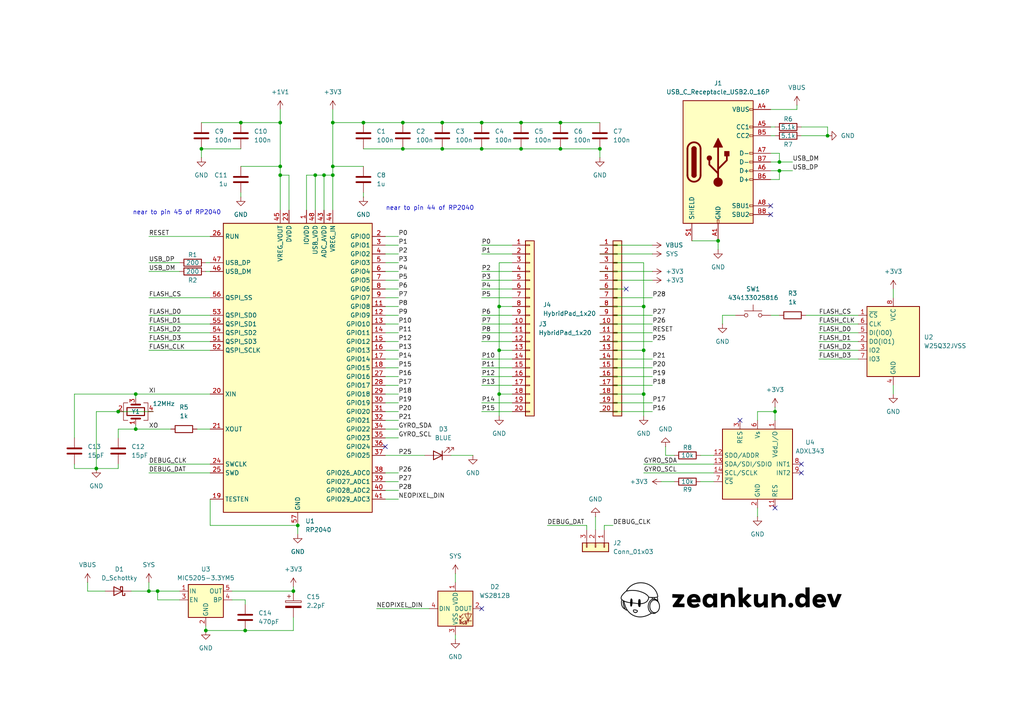
<source format=kicad_sch>
(kicad_sch (version 20231120) (generator "eeschema") (generator_version "8.0")
  (paper "A4")
  (title_block (title "Pico2040 R4") (date "2024-05-09") (rev "4.0"))
  (lib_symbols
    (symbol "Connector:USB_C_Receptacle_USB2.0_16P" (pin_names (offset 1.016))
      (property "Reference" "J" (at 0 22.225 0))
      (property "Value" "USB_C_Receptacle_USB2.0_16P" (at 0 19.685 0))
      (symbol "USB_C_Receptacle_USB2.0_16P_1_1"
        (pin passive line (at 0 -22.86 90) (length 5.08) (name "GND") (number "A1"))
        (pin passive line (at 0 -22.86 90) (length 5.08) hide (name "GND") (number "A12"))
        (pin passive line (at 15.24 15.24 180) (length 5.08) (name "VBUS") (number "A4"))
        (pin bidirectional line (at 15.24 10.16 180) (length 5.08) (name "CC1") (number "A5"))
        (pin bidirectional line (at 15.24 -2.54 180) (length 5.08) (name "D+") (number "A6"))
        (pin bidirectional line (at 15.24 2.54 180) (length 5.08) (name "D-") (number "A7"))
        (pin bidirectional line (at 15.24 -12.7 180) (length 5.08) (name "SBU1") (number "A8"))
        (pin passive line (at 15.24 15.24 180) (length 5.08) hide (name "VBUS") (number "A9"))
        (pin passive line (at 0 -22.86 90) (length 5.08) hide (name "GND") (number "B1"))
        (pin passive line (at 0 -22.86 90) (length 5.08) hide (name "GND") (number "B12"))
        (pin passive line (at 15.24 15.24 180) (length 5.08) hide (name "VBUS") (number "B4"))
        (pin bidirectional line (at 15.24 7.62 180) (length 5.08) (name "CC2") (number "B5"))
        (pin bidirectional line (at 15.24 -5.08 180) (length 5.08) (name "D+") (number "B6"))
        (pin bidirectional line (at 15.24 0 180) (length 5.08) (name "D-") (number "B7"))
        (pin bidirectional line (at 15.24 -15.24 180) (length 5.08) (name "SBU2") (number "B8"))
        (pin passive line (at 15.24 15.24 180) (length 5.08) hide (name "VBUS") (number "B9"))
        (pin passive line (at -7.62 -22.86 90) (length 5.08) (name "SHIELD") (number "S1"))
      )
    )
    (symbol "Connector_Generic:Conn_01x03" (pin_names (offset 1.016) hide)
      (property "Reference" "J" (at 0 5.08 0))
      (property "Value" "Conn_01x03" (at 0 -5.08 0))
      (symbol "Conn_01x03_1_1"
        (pin passive line (at -5.08 2.54 0) (length 3.81) (name "Pin_1") (number "1"))
        (pin passive line (at -5.08 0 0) (length 3.81) (name "Pin_2") (number "2"))
        (pin passive line (at -5.08 -2.54 0) (length 3.81) (name "Pin_3") (number "3"))
      )
    )
    (symbol "Connector_Generic:Conn_01x20" (pin_names (offset 1.016) hide)
      (property "Reference" "J" (at 0 25.4 0))
      (property "Value" "Conn_01x20" (at 0 -27.94 0))
      (symbol "Conn_01x20_1_1"
        (pin passive line (at -5.08 22.86 0) (length 3.81) (name "Pin_1") (number "1"))
        (pin passive line (at -5.08 0 0) (length 3.81) (name "Pin_10") (number "10"))
        (pin passive line (at -5.08 -2.54 0) (length 3.81) (name "Pin_11") (number "11"))
        (pin passive line (at -5.08 -5.08 0) (length 3.81) (name "Pin_12") (number "12"))
        (pin passive line (at -5.08 -7.62 0) (length 3.81) (name "Pin_13") (number "13"))
        (pin passive line (at -5.08 -10.16 0) (length 3.81) (name "Pin_14") (number "14"))
        (pin passive line (at -5.08 -12.7 0) (length 3.81) (name "Pin_15") (number "15"))
        (pin passive line (at -5.08 -15.24 0) (length 3.81) (name "Pin_16") (number "16"))
        (pin passive line (at -5.08 -17.78 0) (length 3.81) (name "Pin_17") (number "17"))
        (pin passive line (at -5.08 -20.32 0) (length 3.81) (name "Pin_18") (number "18"))
        (pin passive line (at -5.08 -22.86 0) (length 3.81) (name "Pin_19") (number "19"))
        (pin passive line (at -5.08 20.32 0) (length 3.81) (name "Pin_2") (number "2"))
        (pin passive line (at -5.08 -25.4 0) (length 3.81) (name "Pin_20") (number "20"))
        (pin passive line (at -5.08 17.78 0) (length 3.81) (name "Pin_3") (number "3"))
        (pin passive line (at -5.08 15.24 0) (length 3.81) (name "Pin_4") (number "4"))
        (pin passive line (at -5.08 12.7 0) (length 3.81) (name "Pin_5") (number "5"))
        (pin passive line (at -5.08 10.16 0) (length 3.81) (name "Pin_6") (number "6"))
        (pin passive line (at -5.08 7.62 0) (length 3.81) (name "Pin_7") (number "7"))
        (pin passive line (at -5.08 5.08 0) (length 3.81) (name "Pin_8") (number "8"))
        (pin passive line (at -5.08 2.54 0) (length 3.81) (name "Pin_9") (number "9"))
      )
    )
    (symbol "Device:C" (pin_numbers hide) (pin_names (offset 0.254))
      (property "Reference" "C" (at 0.635 2.54 0))
      (property "Value" "C" (at 0.635 -2.54 0))
      (symbol "C_1_1"
        (pin passive line (at 0 3.81 270) (length 2.794) (name "~") (number "1"))
        (pin passive line (at 0 -3.81 90) (length 2.794) (name "~") (number "2"))
      )
    )
    (symbol "Device:C_Polarized" (pin_numbers hide) (pin_names (offset 0.254))
      (property "Reference" "C" (at 0.635 2.54 0))
      (property "Value" "C_Polarized" (at 0.635 -2.54 0))
      (symbol "C_Polarized_1_1"
        (pin passive line (at 0 3.81 270) (length 2.794) (name "~") (number "1"))
        (pin passive line (at 0 -3.81 90) (length 2.794) (name "~") (number "2"))
      )
    )
    (symbol "Device:Crystal_GND24" (pin_names (offset 1.016) hide)
      (property "Reference" "Y" (at 3.175 5.08 0))
      (property "Value" "Crystal_GND24" (at 3.175 3.175 0))
      (symbol "Crystal_GND24_1_1"
        (pin passive line (at -3.81 0 0) (length 1.27) (name "1") (number "1"))
        (pin passive line (at 0 5.08 270) (length 1.27) (name "2") (number "2"))
        (pin passive line (at 3.81 0 180) (length 1.27) (name "3") (number "3"))
        (pin passive line (at 0 -5.08 90) (length 1.27) (name "4") (number "4"))
      )
    )
    (symbol "Device:D_Schottky" (pin_numbers hide) (pin_names (offset 1.016) hide)
      (property "Reference" "D" (at 0 2.54 0))
      (property "Value" "D_Schottky" (at 0 -2.54 0))
      (symbol "D_Schottky_1_1"
        (pin passive line (at -3.81 0 0) (length 2.54) (name "K") (number "1"))
        (pin passive line (at 3.81 0 180) (length 2.54) (name "A") (number "2"))
      )
    )
    (symbol "Device:LED" (pin_numbers hide) (pin_names (offset 1.016) hide)
      (property "Reference" "D" (at 0 2.54 0))
      (property "Value" "LED" (at 0 -2.54 0))
      (symbol "LED_1_1"
        (pin passive line (at -3.81 0 0) (length 2.54) (name "K") (number "1"))
        (pin passive line (at 3.81 0 180) (length 2.54) (name "A") (number "2"))
      )
    )
    (symbol "Device:R" (pin_numbers hide) (pin_names (offset 0))
      (property "Reference" "R" (at 2.032 0 90))
      (property "Value" "R" (at 0 0 90))
      (symbol "R_1_1"
        (pin passive line (at 0 3.81 270) (length 1.27) (name "~") (number "1"))
        (pin passive line (at 0 -3.81 90) (length 1.27) (name "~") (number "2"))
      )
    )
    (symbol "LED:WS2812B" (pin_names (offset 0.254))
      (property "Reference" "D" (at 5.08 5.715 0))
      (property "Value" "WS2812B" (at 1.27 -5.715 0))
      (symbol "WS2812B_0_0"
        (text "RGB" (at 2.286 -4.191 0) (effects (font (size 0.762 0.762))))
      )
      (symbol "WS2812B_1_1"
        (pin power_in line (at 0 7.62 270) (length 2.54) (name "VDD") (number "1"))
        (pin output line (at 7.62 0 180) (length 2.54) (name "DOUT") (number "2"))
        (pin power_in line (at 0 -7.62 90) (length 2.54) (name "VSS") (number "3"))
        (pin input line (at -7.62 0 0) (length 2.54) (name "DIN") (number "4"))
      )
    )
    (symbol "MCU_RaspberryPi:RP2040"
      (property "Reference" "U" (at 17.78 45.72 0))
      (property "Value" "RP2040" (at 17.78 43.18 0))
      (symbol "RP2040_1_1"
        (pin power_in line (at 2.54 45.72 270) (length 3.81) (name "IOVDD") (number "1"))
        (pin passive line (at 2.54 45.72 270) (length 3.81) hide (name "IOVDD") (number "10"))
        (pin bidirectional line (at 25.4 17.78 180) (length 3.81) (name "GPIO8") (number "11"))
        (pin bidirectional line (at 25.4 15.24 180) (length 3.81) (name "GPIO9") (number "12"))
        (pin bidirectional line (at 25.4 12.7 180) (length 3.81) (name "GPIO10") (number "13"))
        (pin bidirectional line (at 25.4 10.16 180) (length 3.81) (name "GPIO11") (number "14"))
        (pin bidirectional line (at 25.4 7.62 180) (length 3.81) (name "GPIO12") (number "15"))
        (pin bidirectional line (at 25.4 5.08 180) (length 3.81) (name "GPIO13") (number "16"))
        (pin bidirectional line (at 25.4 2.54 180) (length 3.81) (name "GPIO14") (number "17"))
        (pin bidirectional line (at 25.4 0 180) (length 3.81) (name "GPIO15") (number "18"))
        (pin input line (at -25.4 -38.1 0) (length 3.81) (name "TESTEN") (number "19"))
        (pin bidirectional line (at 25.4 38.1 180) (length 3.81) (name "GPIO0") (number "2"))
        (pin input line (at -25.4 -7.62 0) (length 3.81) (name "XIN") (number "20"))
        (pin passive line (at -25.4 -17.78 0) (length 3.81) (name "XOUT") (number "21"))
        (pin passive line (at 2.54 45.72 270) (length 3.81) hide (name "IOVDD") (number "22"))
        (pin power_in line (at -2.54 45.72 270) (length 3.81) (name "DVDD") (number "23"))
        (pin input line (at -25.4 -27.94 0) (length 3.81) (name "SWCLK") (number "24"))
        (pin bidirectional line (at -25.4 -30.48 0) (length 3.81) (name "SWD") (number "25"))
        (pin input line (at -25.4 38.1 0) (length 3.81) (name "RUN") (number "26"))
        (pin bidirectional line (at 25.4 -2.54 180) (length 3.81) (name "GPIO16") (number "27"))
        (pin bidirectional line (at 25.4 -5.08 180) (length 3.81) (name "GPIO17") (number "28"))
        (pin bidirectional line (at 25.4 -7.62 180) (length 3.81) (name "GPIO18") (number "29"))
        (pin bidirectional line (at 25.4 35.56 180) (length 3.81) (name "GPIO1") (number "3"))
        (pin bidirectional line (at 25.4 -10.16 180) (length 3.81) (name "GPIO19") (number "30"))
        (pin bidirectional line (at 25.4 -12.7 180) (length 3.81) (name "GPIO20") (number "31"))
        (pin bidirectional line (at 25.4 -15.24 180) (length 3.81) (name "GPIO21") (number "32"))
        (pin passive line (at 2.54 45.72 270) (length 3.81) hide (name "IOVDD") (number "33"))
        (pin bidirectional line (at 25.4 -17.78 180) (length 3.81) (name "GPIO22") (number "34"))
        (pin bidirectional line (at 25.4 -20.32 180) (length 3.81) (name "GPIO23") (number "35"))
        (pin bidirectional line (at 25.4 -22.86 180) (length 3.81) (name "GPIO24") (number "36"))
        (pin bidirectional line (at 25.4 -25.4 180) (length 3.81) (name "GPIO25") (number "37"))
        (pin bidirectional line (at 25.4 -30.48 180) (length 3.81) (name "GPIO26_ADC0") (number "38"))
        (pin bidirectional line (at 25.4 -33.02 180) (length 3.81) (name "GPIO27_ADC1") (number "39"))
        (pin bidirectional line (at 25.4 33.02 180) (length 3.81) (name "GPIO2") (number "4"))
        (pin bidirectional line (at 25.4 -35.56 180) (length 3.81) (name "GPIO28_ADC2") (number "40"))
        (pin bidirectional line (at 25.4 -38.1 180) (length 3.81) (name "GPIO29_ADC3") (number "41"))
        (pin passive line (at 2.54 45.72 270) (length 3.81) hide (name "IOVDD") (number "42"))
        (pin power_in line (at 7.62 45.72 270) (length 3.81) (name "ADC_AVDD") (number "43"))
        (pin power_in line (at 10.16 45.72 270) (length 3.81) (name "VREG_IN") (number "44"))
        (pin power_out line (at -5.08 45.72 270) (length 3.81) (name "VREG_VOUT") (number "45"))
        (pin bidirectional line (at -25.4 27.94 0) (length 3.81) (name "USB_DM") (number "46"))
        (pin bidirectional line (at -25.4 30.48 0) (length 3.81) (name "USB_DP") (number "47"))
        (pin power_in line (at 5.08 45.72 270) (length 3.81) (name "USB_VDD") (number "48"))
        (pin passive line (at 2.54 45.72 270) (length 3.81) hide (name "IOVDD") (number "49"))
        (pin bidirectional line (at 25.4 30.48 180) (length 3.81) (name "GPIO3") (number "5"))
        (pin passive line (at -2.54 45.72 270) (length 3.81) hide (name "DVDD") (number "50"))
        (pin bidirectional line (at -25.4 7.62 0) (length 3.81) (name "QSPI_SD3") (number "51"))
        (pin output line (at -25.4 5.08 0) (length 3.81) (name "QSPI_SCLK") (number "52"))
        (pin bidirectional line (at -25.4 15.24 0) (length 3.81) (name "QSPI_SD0") (number "53"))
        (pin bidirectional line (at -25.4 10.16 0) (length 3.81) (name "QSPI_SD2") (number "54"))
        (pin bidirectional line (at -25.4 12.7 0) (length 3.81) (name "QSPI_SD1") (number "55"))
        (pin bidirectional line (at -25.4 20.32 0) (length 3.81) (name "QSPI_SS") (number "56"))
        (pin power_in line (at 0 -45.72 90) (length 3.81) (name "GND") (number "57"))
        (pin bidirectional line (at 25.4 27.94 180) (length 3.81) (name "GPIO4") (number "6"))
        (pin bidirectional line (at 25.4 25.4 180) (length 3.81) (name "GPIO5") (number "7"))
        (pin bidirectional line (at 25.4 22.86 180) (length 3.81) (name "GPIO6") (number "8"))
        (pin bidirectional line (at 25.4 20.32 180) (length 3.81) (name "GPIO7") (number "9"))
      )
    )
    (symbol "Memory_Flash:W25Q32JVSS"
      (property "Reference" "U" (at -6.35 11.43 0))
      (property "Value" "W25Q32JVSS" (at 7.62 11.43 0))
      (symbol "W25Q32JVSS_1_1"
        (pin input line (at -10.16 7.62 0) (length 2.54) (name "~{CS}") (number "1"))
        (pin bidirectional line (at -10.16 0 0) (length 2.54) (name "DO(IO1)") (number "2"))
        (pin bidirectional line (at -10.16 -2.54 0) (length 2.54) (name "IO2") (number "3"))
        (pin power_in line (at 0 -12.7 90) (length 2.54) (name "GND") (number "4"))
        (pin bidirectional line (at -10.16 2.54 0) (length 2.54) (name "DI(IO0)") (number "5"))
        (pin input line (at -10.16 5.08 0) (length 2.54) (name "CLK") (number "6"))
        (pin bidirectional line (at -10.16 -5.08 0) (length 2.54) (name "IO3") (number "7"))
        (pin power_in line (at 0 12.7 270) (length 2.54) (name "VCC") (number "8"))
      )
    )
    (symbol "Regulator_Linear:MIC5205-3.3YM5" (pin_names (offset 0.254))
      (property "Reference" "U" (at -3.81 5.715 0))
      (property "Value" "MIC5205-3.3YM5" (at 0 5.715 0))
      (symbol "MIC5205-3.3YM5_1_1"
        (pin power_in line (at -7.62 2.54 0) (length 2.54) (name "IN") (number "1"))
        (pin power_in line (at 0 -7.62 90) (length 2.54) (name "GND") (number "2"))
        (pin input line (at -7.62 0 0) (length 2.54) (name "EN") (number "3"))
        (pin input line (at 7.62 0 180) (length 2.54) (name "BP") (number "4"))
        (pin power_out line (at 7.62 2.54 180) (length 2.54) (name "OUT") (number "5"))
      )
    )
    (symbol "Sensor_Motion:ADXL343"
      (property "Reference" "U" (at -8.89 11.43 0))
      (property "Value" "ADXL343" (at -7.62 -11.43 0))
      (symbol "ADXL343_1_1"
        (pin power_in line (at 5.08 12.7 270) (length 2.54) (name "Vdd_I/O") (number "1"))
        (pin no_connect line (at -5.08 -10.16 90) (length 2.54) hide (name "NC") (number "10"))
        (pin passive line (at 5.08 -12.7 90) (length 2.54) (name "RES") (number "11"))
        (pin bidirectional line (at -12.7 2.54 0) (length 2.54) (name "SDO/ADDR") (number "12"))
        (pin bidirectional line (at -12.7 0 0) (length 2.54) (name "SDA/SDI/SDIO") (number "13"))
        (pin input line (at -12.7 -2.54 0) (length 2.54) (name "SCL/SCLK") (number "14"))
        (pin power_in line (at 0 -12.7 90) (length 2.54) (name "GND") (number "2"))
        (pin passive line (at -5.08 12.7 270) (length 2.54) (name "RES") (number "3"))
        (pin passive line (at 0 -12.7 90) (length 2.54) hide (name "GND") (number "4"))
        (pin passive line (at 0 -12.7 90) (length 2.54) hide (name "GND") (number "5"))
        (pin power_in line (at 0 12.7 270) (length 2.54) (name "Vs") (number "6"))
        (pin input line (at -12.7 -5.08 0) (length 2.54) (name "~{CS}") (number "7"))
        (pin output line (at 12.7 0 180) (length 2.54) (name "INT1") (number "8"))
        (pin output line (at 12.7 -2.54 180) (length 2.54) (name "INT2") (number "9"))
      )
    )
    (symbol "Switch:SW_Push" (pin_numbers hide) (pin_names (offset 1.016) hide)
      (property "Reference" "SW" (at 1.27 2.54 0))
      (property "Value" "SW_Push" (at 0 -1.524 0))
      (symbol "SW_Push_0_1"
        (pin passive line (at -5.08 0 0) (length 2.54) (name "1") (number "1"))
        (pin passive line (at 5.08 0 180) (length 2.54) (name "2") (number "2"))
      )
    )
    (symbol "power:+1V1" (power) (pin_numbers hide) (pin_names (offset 0) hide)
      (property "Value" "+1V1" (at 0 3.556 0))
      (symbol "+1V1_1_1"
        (pin power_in line (at 0 0 90) (length 0) (name "~") (number "1"))
      )
    )
    (symbol "power:+3V3" (power) (pin_numbers hide) (pin_names (offset 0) hide)
      (property "Value" "+3V3" (at 0 3.556 0))
      (symbol "+3V3_1_1"
        (pin power_in line (at 0 0 90) (length 0) (name "~") (number "1"))
      )
    )
    (symbol "power:GND" (power) (pin_numbers hide) (pin_names (offset 0) hide)
      (property "Value" "GND" (at 0 -3.81 0))
      (symbol "GND_1_1"
        (pin power_in line (at 0 0 270) (length 0) (name "~") (number "1"))
      )
    )
    (symbol "power:VBUS" (power) (pin_numbers hide) (pin_names (offset 0) hide)
      (property "Value" "VBUS" (at 0 3.556 0))
      (symbol "VBUS_1_1"
        (pin power_in line (at 0 0 90) (length 0) (name "~") (number "1"))
      )
    )
  )
  (junction (at 186.69 101.6))
  (junction (at 91.44 50.8))
  (junction (at 105.41 35.56))
  (junction (at 39.37 124.46))
  (junction (at 81.28 48.26))
  (junction (at 116.84 35.56))
  (junction (at 58.42 43.18))
  (junction (at 116.84 43.18))
  (junction (at 128.27 43.18))
  (junction (at 81.28 50.8))
  (junction (at 224.79 119.38))
  (junction (at 226.06 46.99))
  (junction (at 71.12 182.88))
  (junction (at 93.98 50.8))
  (junction (at 186.69 114.3))
  (junction (at 144.78 101.6))
  (junction (at 186.69 88.9))
  (junction (at 144.78 88.9))
  (junction (at 240.03 39.37))
  (junction (at 43.18 171.45))
  (junction (at 86.36 152.4))
  (junction (at 96.52 35.56))
  (junction (at 151.13 35.56))
  (junction (at 128.27 35.56))
  (junction (at 226.06 49.53))
  (junction (at 208.28 69.85))
  (junction (at 81.28 35.56))
  (junction (at 144.78 114.3))
  (junction (at 173.99 43.18))
  (junction (at 69.85 35.56))
  (junction (at 139.7 43.18))
  (junction (at 39.37 114.3))
  (junction (at 34.29 119.38))
  (junction (at 139.7 35.56))
  (junction (at 96.52 50.8))
  (junction (at 27.94 135.89))
  (junction (at 85.09 171.45))
  (junction (at 59.69 182.88))
  (junction (at 96.52 48.26))
  (junction (at 162.56 43.18))
  (junction (at 162.56 35.56))
  (junction (at 45.72 171.45))
  (junction (at 151.13 43.18))
  (no_connect (at 139.7 176.53))
  (no_connect (at 223.52 59.69))
  (no_connect (at 232.41 137.16))
  (no_connect (at 111.76 129.54))
  (no_connect (at 232.41 134.62))
  (no_connect (at 214.63 121.92))
  (no_connect (at 181.61 83.82))
  (no_connect (at 223.52 62.23))
  (no_connect (at 224.79 147.32))
  (wire (pts (xy 58.42 43.18) (xy 69.85 43.18)))
  (wire (pts (xy 173.99 114.3) (xy 186.69 114.3)))
  (wire (pts (xy 21.59 135.89) (xy 27.94 135.89)))
  (wire (pts (xy 111.76 76.2) (xy 115.57 76.2)))
  (wire (pts (xy 27.94 135.89) (xy 27.94 119.38)))
  (wire (pts (xy 139.7 91.44) (xy 148.59 91.44)))
  (wire (pts (xy 96.52 31.75) (xy 96.52 35.56)))
  (wire (pts (xy 39.37 124.46) (xy 49.53 124.46)))
  (wire (pts (xy 96.52 50.8) (xy 96.52 60.96)))
  (wire (pts (xy 193.04 132.08) (xy 195.58 132.08)))
  (wire (pts (xy 81.28 31.75) (xy 81.28 35.56)))
  (wire (pts (xy 151.13 43.18) (xy 162.56 43.18)))
  (wire (pts (xy 139.7 93.98) (xy 148.59 93.98)))
  (wire (pts (xy 93.98 50.8) (xy 96.52 50.8)))
  (wire (pts (xy 223.52 36.83) (xy 224.79 36.83)))
  (wire (pts (xy 139.7 116.84) (xy 148.59 116.84)))
  (wire (pts (xy 144.78 120.65) (xy 144.78 114.3)))
  (wire (pts (xy 59.69 181.61) (xy 59.69 182.88)))
  (wire (pts (xy 226.06 49.53) (xy 229.87 49.53)))
  (wire (pts (xy 128.27 35.56) (xy 139.7 35.56)))
  (wire (pts (xy 173.99 93.98) (xy 189.23 93.98)))
  (wire (pts (xy 52.07 171.45) (xy 45.72 171.45)))
  (wire (pts (xy 43.18 93.98) (xy 60.96 93.98)))
  (wire (pts (xy 111.76 132.08) (xy 123.19 132.08)))
  (wire (pts (xy 224.79 119.38) (xy 224.79 121.92)))
  (wire (pts (xy 60.96 144.78) (xy 60.96 152.4)))
  (wire (pts (xy 27.94 135.89) (xy 34.29 135.89)))
  (wire (pts (xy 259.08 111.76) (xy 259.08 114.3)))
  (wire (pts (xy 139.7 73.66) (xy 148.59 73.66)))
  (wire (pts (xy 93.98 50.8) (xy 93.98 60.96)))
  (wire (pts (xy 111.76 116.84) (xy 115.57 116.84)))
  (wire (pts (xy 139.7 99.06) (xy 148.59 99.06)))
  (wire (pts (xy 45.72 173.99) (xy 45.72 171.45)))
  (wire (pts (xy 132.08 184.15) (xy 132.08 185.42)))
  (wire (pts (xy 144.78 101.6) (xy 148.59 101.6)))
  (wire (pts (xy 43.18 68.58) (xy 60.96 68.58)))
  (wire (pts (xy 173.99 116.84) (xy 189.23 116.84)))
  (wire (pts (xy 209.55 93.98) (xy 209.55 91.44)))
  (wire (pts (xy 111.76 124.46) (xy 115.57 124.46)))
  (wire (pts (xy 45.72 171.45) (xy 43.18 171.45)))
  (wire (pts (xy 144.78 88.9) (xy 148.59 88.9)))
  (wire (pts (xy 175.26 152.4) (xy 175.26 153.67)))
  (wire (pts (xy 259.08 83.82) (xy 259.08 86.36)))
  (wire (pts (xy 43.18 78.74) (xy 52.07 78.74)))
  (wire (pts (xy 226.06 52.07) (xy 223.52 52.07)))
  (wire (pts (xy 158.75 152.4) (xy 170.18 152.4)))
  (wire (pts (xy 91.44 50.8) (xy 91.44 60.96)))
  (wire (pts (xy 173.99 81.28) (xy 189.23 81.28)))
  (wire (pts (xy 173.99 43.18) (xy 173.99 45.72)))
  (wire (pts (xy 186.69 88.9) (xy 186.69 101.6)))
  (wire (pts (xy 139.7 109.22) (xy 148.59 109.22)))
  (wire (pts (xy 173.99 106.68) (xy 189.23 106.68)))
  (wire (pts (xy 144.78 114.3) (xy 148.59 114.3)))
  (wire (pts (xy 173.99 99.06) (xy 189.23 99.06)))
  (wire (pts (xy 111.76 111.76) (xy 115.57 111.76)))
  (wire (pts (xy 139.7 96.52) (xy 148.59 96.52)))
  (wire (pts (xy 111.76 142.24) (xy 115.57 142.24)))
  (wire (pts (xy 25.4 171.45) (xy 30.48 171.45)))
  (wire (pts (xy 139.7 71.12) (xy 148.59 71.12)))
  (wire (pts (xy 85.09 170.18) (xy 85.09 171.45)))
  (wire (pts (xy 86.36 152.4) (xy 86.36 154.94)))
  (wire (pts (xy 173.99 73.66) (xy 189.23 73.66)))
  (wire (pts (xy 224.79 118.11) (xy 224.79 119.38)))
  (wire (pts (xy 105.41 35.56) (xy 116.84 35.56)))
  (wire (pts (xy 43.18 99.06) (xy 60.96 99.06)))
  (wire (pts (xy 27.94 119.38) (xy 34.29 119.38)))
  (wire (pts (xy 43.18 86.36) (xy 60.96 86.36)))
  (wire (pts (xy 173.99 83.82) (xy 181.61 83.82)))
  (wire (pts (xy 69.85 48.26) (xy 81.28 48.26)))
  (wire (pts (xy 139.7 43.18) (xy 151.13 43.18)))
  (wire (pts (xy 81.28 35.56) (xy 69.85 35.56)))
  (wire (pts (xy 109.22 176.53) (xy 124.46 176.53)))
  (wire (pts (xy 186.69 137.16) (xy 207.01 137.16)))
  (wire (pts (xy 111.76 139.7) (xy 115.57 139.7)))
  (wire (pts (xy 173.99 101.6) (xy 186.69 101.6)))
  (wire (pts (xy 132.08 166.37) (xy 132.08 168.91)))
  (wire (pts (xy 173.99 96.52) (xy 189.23 96.52)))
  (wire (pts (xy 25.4 168.91) (xy 25.4 171.45)))
  (wire (pts (xy 71.12 175.26) (xy 71.12 173.99)))
  (wire (pts (xy 151.13 35.56) (xy 162.56 35.56)))
  (wire (pts (xy 223.52 91.44) (xy 226.06 91.44)))
  (wire (pts (xy 130.81 132.08) (xy 137.16 132.08)))
  (wire (pts (xy 172.72 149.86) (xy 172.72 153.67)))
  (wire (pts (xy 111.76 144.78) (xy 115.57 144.78)))
  (wire (pts (xy 67.31 171.45) (xy 85.09 171.45)))
  (wire (pts (xy 60.96 152.4) (xy 86.36 152.4)))
  (wire (pts (xy 111.76 71.12) (xy 115.57 71.12)))
  (wire (pts (xy 69.85 55.88) (xy 69.85 57.15)))
  (wire (pts (xy 111.76 78.74) (xy 115.57 78.74)))
  (wire (pts (xy 96.52 35.56) (xy 105.41 35.56)))
  (wire (pts (xy 226.06 46.99) (xy 229.87 46.99)))
  (wire (pts (xy 83.82 60.96) (xy 83.82 50.8)))
  (wire (pts (xy 219.71 147.32) (xy 219.71 149.86)))
  (wire (pts (xy 226.06 49.53) (xy 226.06 52.07)))
  (wire (pts (xy 111.76 114.3) (xy 115.57 114.3)))
  (wire (pts (xy 105.41 55.88) (xy 105.41 57.15)))
  (wire (pts (xy 111.76 88.9) (xy 115.57 88.9)))
  (wire (pts (xy 34.29 119.38) (xy 44.45 119.38)))
  (wire (pts (xy 111.76 99.06) (xy 115.57 99.06)))
  (wire (pts (xy 85.09 182.88) (xy 71.12 182.88)))
  (wire (pts (xy 170.18 153.67) (xy 170.18 152.4)))
  (wire (pts (xy 237.49 96.52) (xy 248.92 96.52)))
  (wire (pts (xy 81.28 48.26) (xy 81.28 35.56)))
  (wire (pts (xy 223.52 44.45) (xy 226.06 44.45)))
  (wire (pts (xy 111.76 83.82) (xy 115.57 83.82)))
  (wire (pts (xy 111.76 104.14) (xy 115.57 104.14)))
  (wire (pts (xy 34.29 127) (xy 34.29 124.46)))
  (wire (pts (xy 139.7 106.68) (xy 148.59 106.68)))
  (wire (pts (xy 208.28 69.85) (xy 208.28 72.39)))
  (wire (pts (xy 219.71 119.38) (xy 224.79 119.38)))
  (wire (pts (xy 232.41 39.37) (xy 240.03 39.37)))
  (wire (pts (xy 59.69 78.74) (xy 60.96 78.74)))
  (wire (pts (xy 34.29 134.62) (xy 34.29 135.89)))
  (wire (pts (xy 21.59 114.3) (xy 21.59 127)))
  (wire (pts (xy 173.99 71.12) (xy 189.23 71.12)))
  (wire (pts (xy 237.49 104.14) (xy 248.92 104.14)))
  (wire (pts (xy 43.18 101.6) (xy 60.96 101.6)))
  (wire (pts (xy 240.03 36.83) (xy 240.03 39.37)))
  (wire (pts (xy 43.18 168.91) (xy 43.18 171.45)))
  (wire (pts (xy 111.76 81.28) (xy 115.57 81.28)))
  (wire (pts (xy 139.7 81.28) (xy 148.59 81.28)))
  (wire (pts (xy 144.78 88.9) (xy 144.78 76.2)))
  (wire (pts (xy 39.37 114.3) (xy 21.59 114.3)))
  (wire (pts (xy 81.28 50.8) (xy 81.28 48.26)))
  (wire (pts (xy 116.84 43.18) (xy 128.27 43.18)))
  (wire (pts (xy 57.15 124.46) (xy 60.96 124.46)))
  (wire (pts (xy 34.29 124.46) (xy 39.37 124.46)))
  (wire (pts (xy 111.76 137.16) (xy 115.57 137.16)))
  (wire (pts (xy 139.7 86.36) (xy 148.59 86.36)))
  (wire (pts (xy 173.99 111.76) (xy 189.23 111.76)))
  (wire (pts (xy 173.99 119.38) (xy 189.23 119.38)))
  (wire (pts (xy 111.76 106.68) (xy 115.57 106.68)))
  (wire (pts (xy 200.66 69.85) (xy 208.28 69.85)))
  (wire (pts (xy 186.69 114.3) (xy 186.69 101.6)))
  (wire (pts (xy 111.76 73.66) (xy 115.57 73.66)))
  (wire (pts (xy 43.18 137.16) (xy 60.96 137.16)))
  (wire (pts (xy 233.68 91.44) (xy 248.92 91.44)))
  (wire (pts (xy 173.99 104.14) (xy 189.23 104.14)))
  (wire (pts (xy 128.27 43.18) (xy 139.7 43.18)))
  (wire (pts (xy 223.52 46.99) (xy 226.06 46.99)))
  (wire (pts (xy 144.78 76.2) (xy 148.59 76.2)))
  (wire (pts (xy 111.76 93.98) (xy 115.57 93.98)))
  (wire (pts (xy 232.41 36.83) (xy 240.03 36.83)))
  (wire (pts (xy 85.09 179.07) (xy 85.09 182.88)))
  (wire (pts (xy 111.76 86.36) (xy 115.57 86.36)))
  (wire (pts (xy 231.14 30.48) (xy 231.14 31.75)))
  (wire (pts (xy 226.06 44.45) (xy 226.06 46.99)))
  (wire (pts (xy 111.76 91.44) (xy 115.57 91.44)))
  (wire (pts (xy 111.76 96.52) (xy 115.57 96.52)))
  (wire (pts (xy 191.77 139.7) (xy 195.58 139.7)))
  (wire (pts (xy 231.14 31.75) (xy 223.52 31.75)))
  (wire (pts (xy 105.41 43.18) (xy 116.84 43.18)))
  (wire (pts (xy 59.69 76.2) (xy 60.96 76.2)))
  (wire (pts (xy 81.28 60.96) (xy 81.28 50.8)))
  (wire (pts (xy 193.04 129.54) (xy 193.04 132.08)))
  (wire (pts (xy 39.37 115.57) (xy 39.37 114.3)))
  (wire (pts (xy 173.99 109.22) (xy 189.23 109.22)))
  (wire (pts (xy 173.99 86.36) (xy 189.23 86.36)))
  (wire (pts (xy 111.76 101.6) (xy 115.57 101.6)))
  (wire (pts (xy 144.78 114.3) (xy 144.78 101.6)))
  (wire (pts (xy 59.69 182.88) (xy 71.12 182.88)))
  (wire (pts (xy 173.99 76.2) (xy 186.69 76.2)))
  (wire (pts (xy 58.42 43.18) (xy 58.42 45.72)))
  (wire (pts (xy 83.82 50.8) (xy 81.28 50.8)))
  (wire (pts (xy 21.59 134.62) (xy 21.59 135.89)))
  (wire (pts (xy 203.2 132.08) (xy 207.01 132.08)))
  (wire (pts (xy 96.52 50.8) (xy 96.52 48.26)))
  (wire (pts (xy 111.76 109.22) (xy 115.57 109.22)))
  (wire (pts (xy 39.37 124.46) (xy 39.37 123.19)))
  (wire (pts (xy 88.9 50.8) (xy 88.9 60.96)))
  (wire (pts (xy 71.12 173.99) (xy 67.31 173.99)))
  (wire (pts (xy 111.76 127) (xy 115.57 127)))
  (wire (pts (xy 162.56 43.18) (xy 173.99 43.18)))
  (wire (pts (xy 177.8 152.4) (xy 175.26 152.4)))
  (wire (pts (xy 139.7 119.38) (xy 148.59 119.38)))
  (wire (pts (xy 203.2 139.7) (xy 207.01 139.7)))
  (wire (pts (xy 186.69 134.62) (xy 207.01 134.62)))
  (wire (pts (xy 186.69 120.65) (xy 186.69 114.3)))
  (wire (pts (xy 139.7 83.82) (xy 148.59 83.82)))
  (wire (pts (xy 186.69 88.9) (xy 186.69 76.2)))
  (wire (pts (xy 139.7 104.14) (xy 148.59 104.14)))
  (wire (pts (xy 96.52 48.26) (xy 105.41 48.26)))
  (wire (pts (xy 237.49 101.6) (xy 248.92 101.6)))
  (wire (pts (xy 223.52 49.53) (xy 226.06 49.53)))
  (wire (pts (xy 219.71 121.92) (xy 219.71 119.38)))
  (wire (pts (xy 144.78 101.6) (xy 144.78 88.9)))
  (wire (pts (xy 173.99 88.9) (xy 186.69 88.9)))
  (wire (pts (xy 96.52 48.26) (xy 96.52 35.56)))
  (wire (pts (xy 209.55 91.44) (xy 213.36 91.44)))
  (wire (pts (xy 43.18 96.52) (xy 60.96 96.52)))
  (wire (pts (xy 38.1 171.45) (xy 43.18 171.45)))
  (wire (pts (xy 111.76 119.38) (xy 115.57 119.38)))
  (wire (pts (xy 237.49 93.98) (xy 248.92 93.98)))
  (wire (pts (xy 43.18 91.44) (xy 60.96 91.44)))
  (wire (pts (xy 111.76 121.92) (xy 115.57 121.92)))
  (wire (pts (xy 139.7 111.76) (xy 148.59 111.76)))
  (wire (pts (xy 237.49 99.06) (xy 248.92 99.06)))
  (wire (pts (xy 223.52 39.37) (xy 224.79 39.37)))
  (wire (pts (xy 139.7 35.56) (xy 151.13 35.56)))
  (wire (pts (xy 52.07 173.99) (xy 45.72 173.99)))
  (wire (pts (xy 173.99 78.74) (xy 189.23 78.74)))
  (wire (pts (xy 39.37 114.3) (xy 60.96 114.3)))
  (wire (pts (xy 162.56 35.56) (xy 173.99 35.56)))
  (wire (pts (xy 43.18 76.2) (xy 52.07 76.2)))
  (wire (pts (xy 69.85 35.56) (xy 58.42 35.56)))
  (wire (pts (xy 173.99 91.44) (xy 189.23 91.44)))
  (wire (pts (xy 91.44 50.8) (xy 93.98 50.8)))
  (wire (pts (xy 139.7 78.74) (xy 148.59 78.74)))
  (wire (pts (xy 116.84 35.56) (xy 128.27 35.56)))
  (wire (pts (xy 111.76 68.58) (xy 115.57 68.58)))
  (wire (pts (xy 43.18 134.62) (xy 60.96 134.62)))
  (wire (pts (xy 88.9 50.8) (xy 91.44 50.8)))
  (image (at 212.09 173.99) (scale 0.453702))
  (text "near to pin 44 of RP2040" (at 124.714 60.452 0) (effects (font (size 1.27 1.27))))
  (text "near to pin 45 of RP2040" (at 51.308 61.722 0) (effects (font (size 1.27 1.27))))
  (label "XI" (at 43.18 114.3 0))
  (label "FLASH_D1" (at 43.18 93.98 0))
  (label "P20" (at 115.57 119.38 0))
  (label "P9" (at 115.57 91.44 0))
  (label "NEOPIXEL_DIN" (at 109.22 176.53 0))
  (label "P17" (at 115.57 111.76 0))
  (label "P2" (at 115.57 73.66 0))
  (label "P8" (at 139.7 96.52 0))
  (label "P16" (at 189.23 119.38 0))
  (label "P18" (at 115.57 114.3 0))
  (label "GYRO_SCL" (at 186.69 137.16 0))
  (label "P27" (at 115.57 139.7 0))
  (label "P5" (at 139.7 86.36 0))
  (label "P26" (at 189.23 93.98 0))
  (label "P7" (at 115.57 86.36 0))
  (label "P2" (at 139.7 78.74 0))
  (label "P13" (at 139.7 111.76 0))
  (label "P6" (at 115.57 83.82 0))
  (label "P12" (at 115.57 99.06 0))
  (label "USB_DP" (at 229.87 49.53 0))
  (label "P10" (at 115.57 93.98 0))
  (label "FLASH_D3" (at 43.18 99.06 0))
  (label "RESET" (at 43.18 68.58 0))
  (label "P19" (at 115.57 116.84 0))
  (label "USB_DM" (at 43.18 78.74 0))
  (label "P21" (at 189.23 104.14 0))
  (label "P5" (at 115.57 81.28 0))
  (label "P11" (at 115.57 96.52 0))
  (label "P11" (at 139.7 106.68 0))
  (label "P6" (at 139.7 91.44 0))
  (label "P7" (at 139.7 93.98 0))
  (label "FLASH_D1" (at 237.49 99.06 0))
  (label "FLASH_CS" (at 43.18 86.36 0))
  (label "P25" (at 189.23 99.06 0))
  (label "P21" (at 115.57 121.92 0))
  (label "P1" (at 139.7 73.66 0))
  (label "USB_DM" (at 229.87 46.99 0))
  (label "P14" (at 115.57 104.14 0))
  (label "P4" (at 139.7 83.82 0))
  (label "P25" (at 115.57 132.08 0))
  (label "USB_DP" (at 43.18 76.2 0))
  (label "P0" (at 139.7 71.12 0))
  (label "P4" (at 115.57 78.74 0))
  (label "P10" (at 139.7 104.14 0))
  (label "GYRO_SDA" (at 115.57 124.46 0))
  (label "P3" (at 115.57 76.2 0))
  (label "FLASH_D2" (at 237.49 101.6 0))
  (label "GYRO_SCL" (at 115.57 127 0))
  (label "P14" (at 139.7 116.84 0))
  (label "P9" (at 139.7 99.06 0))
  (label "P17" (at 189.23 116.84 0))
  (label "DEBUG_DAT" (at 158.75 152.4 0))
  (label "DEBUG_CLK" (at 177.8 152.4 0))
  (label "P1" (at 115.57 71.12 0))
  (label "DEBUG_DAT" (at 43.18 137.16 0))
  (label "P12" (at 139.7 109.22 0))
  (label "P15" (at 115.57 106.68 0))
  (label "RESET" (at 189.23 96.52 0))
  (label "P16" (at 115.57 109.22 0))
  (label "XO" (at 43.18 124.46 0))
  (label "GYRO_SDA" (at 186.69 134.62 0))
  (label "FLASH_D3" (at 237.49 104.14 0))
  (label "P19" (at 189.23 109.22 0))
  (label "P8" (at 115.57 88.9 0))
  (label "FLASH_CLK" (at 43.18 101.6 0))
  (label "P18" (at 189.23 111.76 0))
  (label "P3" (at 139.7 81.28 0))
  (label "P15" (at 139.7 119.38 0))
  (label "FLASH_CLK" (at 237.49 93.98 0))
  (label "P26" (at 115.57 137.16 0))
  (label "P13" (at 115.57 101.6 0))
  (label "FLASH_D2" (at 43.18 96.52 0))
  (label "P27" (at 189.23 91.44 0))
  (label "FLASH_D0" (at 237.49 96.52 0))
  (label "P20" (at 189.23 106.68 0))
  (label "FLASH_CS" (at 237.49 91.44 0))
  (label "FLASH_D0" (at 43.18 91.44 0))
  (label "DEBUG_CLK" (at 43.18 134.62 0))
  (label "P28" (at 115.57 142.24 0))
  (label "NEOPIXEL_DIN" (at 115.57 144.78 0))
  (label "P28" (at 189.23 86.36 0))
  (label "P0" (at 115.57 68.58 0))
  (symbol (lib_id "power:+3V3") (at 96.52 31.75 0) (unit 1)
    (property "Reference" "#PWR06" (effects (hide yes)))
    (property "Value" "+3V3" (at 96.52 26.67 0))
    (property "Description" "Power symbol creates a global label with name \"+3V3\"" (effects (hide yes)))
  )
  (symbol (lib_id "power:GND") (at 132.08 185.42 0) (unit 1)
    (property "Reference" "#PWR020" (effects (hide yes)))
    (property "Value" "GND" (at 132.08 190.5 0))
    (property "Description" "Power symbol creates a global label with name \"GND\" , ground" (effects (hide yes)))
  )
  (symbol (lib_id "Device:C") (at 139.7 39.37 0) (unit 1)
    (property "Reference" "C4" (at 143.51 38.0999 0) (effects (justify left)))
    (property "Value" "100n" (at 143.51 40.6399 0) (effects (justify left)))
    (property "Footprint" "Capacitor_SMD:C_0402_1005Metric" (effects (hide yes)))
    (property "Description" "Unpolarized capacitor" (effects (hide yes)))
  )
  (symbol (lib_id "power:VBUS") (at 231.14 30.48 0) (unit 1)
    (property "Reference" "#PWR013" (effects (hide yes)))
    (property "Value" "VBUS" (at 231.14 25.4 0))
    (property "Description" "Power symbol creates a global label with name \"VBUS\"" (effects (hide yes)))
  )
  (symbol (lib_id "Device:C") (at 105.41 39.37 0) (unit 1)
    (property "Reference" "C1" (at 109.22 38.0999 0) (effects (justify left)))
    (property "Value" "100n" (at 109.22 40.6399 0) (effects (justify left)))
    (property "Footprint" "Capacitor_SMD:C_0402_1005Metric" (effects (hide yes)))
    (property "Description" "Unpolarized capacitor" (effects (hide yes)))
  )
  (symbol (lib_id "power:+3V3") (at 189.23 81.28 270) (unit 1)
    (property "Reference" "#PWR033" (effects (hide yes)))
    (property "Value" "+3V3" (at 193.04 81.2799 90) (effects (justify left)))
    (property "Description" "Power symbol creates a global label with name \"+3V3\"" (effects (hide yes)))
  )
  (symbol (lib_id "Device:D_Schottky") (at 34.29 171.45 180) (unit 1)
    (property "Reference" "D1" (at 34.6075 165.1 0))
    (property "Value" "D_Schottky" (at 34.6075 167.64 0))
    (property "Footprint" "Diode_SMD:D_SOD-123F" (effects (hide yes)))
    (property "Description" "Schottky diode" (effects (hide yes)))
  )
  (symbol (lib_id "Device:C") (at 116.84 39.37 0) (unit 1)
    (property "Reference" "C2" (at 120.65 38.0999 0) (effects (justify left)))
    (property "Value" "100n" (at 120.65 40.6399 0) (effects (justify left)))
    (property "Footprint" "Capacitor_SMD:C_0402_1005Metric" (effects (hide yes)))
    (property "Description" "Unpolarized capacitor" (effects (hide yes)))
  )
  (symbol (lib_id "Connector:USB_C_Receptacle_USB2.0_16P") (at 208.28 46.99 0) (unit 1)
    (property "Reference" "J1" (at 208.28 24.13 0))
    (property "Value" "USB_C_Receptacle_USB2.0_16P" (at 208.28 26.67 0))
    (property "Footprint" "Connector_USB:USB_C_Receptacle_GCT_USB4105-xx-A_16P_TopMnt_Horizontal" (effects (hide yes)))
    (property "Datasheet" "https://www.usb.org/sites/default/files/documents/usb_type-c.zip" (effects (hide yes)))
    (property "Description" "USB 2.0-only 16P Type-C Receptacle connector" (effects (hide yes)))
  )
  (symbol (lib_id "Sensor_Motion:ADXL343") (at 219.71 134.62 0) (unit 1)
    (property "Reference" "U4" (at 234.95 128.3014 0))
    (property "Value" "ADXL343" (at 234.95 130.8414 0))
    (property "Footprint" "Package_LGA:LGA-14_3x5mm_P0.8mm_LayoutBorder1x6y" (effects (hide yes)))
    (property "Datasheet" "https://www.analog.com/media/en/technical-documentation/data-sheets/ADXL343.pdf" (effects (hide yes)))
    (property "Description" "3-Axis MEMS Accelerometer, 2/4/8/16g range, I2C/SPI, LGA-14" (effects (hide yes)))
  )
  (symbol (lib_id "Device:C") (at 21.59 130.81 0) (unit 1)
    (property "Reference" "C13" (at 25.4 129.5399 0) (effects (justify left)))
    (property "Value" "15pF" (at 25.4 132.0799 0) (effects (justify left)))
    (property "Footprint" "Capacitor_SMD:C_0402_1005Metric" (effects (hide yes)))
    (property "Description" "Unpolarized capacitor" (effects (hide yes)))
  )
  (symbol (lib_id "power:VBUS") (at 25.4 168.91 0) (unit 1)
    (property "Reference" "#PWR016" (effects (hide yes)))
    (property "Value" "VBUS" (at 25.4 163.83 0))
    (property "Description" "Power symbol creates a global label with name \"VBUS\"" (effects (hide yes)))
  )
  (symbol (lib_id "Switch:SW_Push") (at 218.44 91.44 0) (unit 1)
    (property "Reference" "SW1" (at 218.44 83.82 0))
    (property "Value" "434133025816" (at 218.44 86.36 0))
    (property "Footprint" "Button_Switch_SMD:SW_Push_1P1T_NO_Vertical_Wuerth_434133025816" (effects (hide yes)))
    (property "Description" "Push button switch, generic, two pins" (effects (hide yes)))
  )
  (symbol (lib_id "MCU_RaspberryPi:RP2040") (at 86.36 106.68 0) (unit 1)
    (property "Reference" "U1" (at 88.5541 151.13 0) (effects (justify left)))
    (property "Value" "RP2040" (at 88.5541 153.67 0) (effects (justify left)))
    (property "Footprint" "Package_DFN_QFN:QFN-56-1EP_7x7mm_P0.4mm_EP3.2x3.2mm" (effects (hide yes)))
    (property "Datasheet" "https://datasheets.raspberrypi.com/rp2040/rp2040-datasheet.pdf" (effects (hide yes)))
    (property "Description" "A microcontroller by Raspberry Pi" (effects (hide yes)))
  )
  (symbol (lib_id "power:GND") (at 173.99 45.72 0) (unit 1)
    (property "Reference" "#PWR01" (effects (hide yes)))
    (property "Value" "GND" (at 173.99 50.8 0))
    (property "Description" "Power symbol creates a global label with name \"GND\" , ground" (effects (hide yes)))
  )
  (symbol (lib_id "Regulator_Linear:MIC5205-3.3YM5") (at 59.69 173.99 0) (unit 1)
    (property "Reference" "U3" (at 59.69 165.1 0))
    (property "Value" "MIC5205-3.3YM5" (at 59.69 167.64 0))
    (property "Footprint" "Package_TO_SOT_SMD:SOT-23-5" (effects (hide yes)))
    (property "Datasheet" "http://ww1.microchip.com/downloads/en/DeviceDoc/20005785A.pdf" (effects (hide yes)))
    (property "Description" "150mA low dropout linear regulator, fixed 3.3V output, SOT-23-5" (effects (hide yes)))
  )
  (symbol (lib_id "Device:C") (at 69.85 39.37 0) (unit 1)
    (property "Reference" "C10" (at 73.66 38.0999 0) (effects (justify left)))
    (property "Value" "100n" (at 73.66 40.6399 0) (effects (justify left)))
    (property "Footprint" "Capacitor_SMD:C_0402_1005Metric" (effects (hide yes)))
    (property "Description" "Unpolarized capacitor" (effects (hide yes)))
  )
  (symbol (lib_id "power:VBUS") (at 189.23 73.66 270) (unit 1)
    (property "Reference" "#PWR031" (effects (hide yes)))
    (property "Value" "SYS" (at 193.04 73.6599 90) (effects (justify left)))
    (property "Description" "Power symbol creates a global label with name \"VBUS\"" (effects (hide yes)))
  )
  (symbol (lib_id "Device:C_Polarized") (at 85.09 175.26 0) (unit 1)
    (property "Reference" "C15" (at 88.9 173.1009 0) (effects (justify left)))
    (property "Value" "2.2pF" (at 88.9 175.6409 0) (effects (justify left)))
    (property "Footprint" "Capacitor_Tantalum_SMD:CP_EIA-1608-08_AVX-J" (effects (hide yes)))
    (property "Description" "Polarized capacitor" (effects (hide yes)))
  )
  (symbol (lib_id "Connector_Generic:Conn_01x20") (at 179.07 93.98 0) (unit 1)
    (property "Reference" "J4" (at 157.48 88.392 0) (effects (justify left)))
    (property "Value" "HybridPad_1x20" (at 157.48 90.932 0) (effects (justify left)))
    (property "Footprint" "SMD-TH-Connector:Conn_01x20_2.54mm" (effects (hide yes)))
    (property "Description" "Generic connector, single row, 01x20, script generated (kicad-library-utils/schlib/autogen/connector/)" (effects (hide yes)))
  )
  (symbol (lib_id "power:GND") (at 240.03 39.37 90) (unit 1)
    (property "Reference" "#PWR014" (effects (hide yes)))
    (property "Value" "GND" (at 243.84 39.3699 90) (effects (justify right)))
    (property "Description" "Power symbol creates a global label with name \"GND\" , ground" (effects (hide yes)))
  )
  (symbol (lib_id "power:VBUS") (at 43.18 168.91 0) (unit 1)
    (property "Reference" "#PWR017" (effects (hide yes)))
    (property "Value" "SYS" (at 43.18 163.83 0))
    (property "Description" "Power symbol creates a global label with name \"VBUS\"" (effects (hide yes)))
  )
  (symbol (lib_id "power:GND") (at 144.78 120.65 0) (unit 1)
    (property "Reference" "#PWR028" (effects (hide yes)))
    (property "Value" "GND" (at 144.78 125.73 0))
    (property "Description" "Power symbol creates a global label with name \"GND\" , ground" (effects (hide yes)))
  )
  (symbol (lib_id "power:GND") (at 186.69 120.65 0) (unit 1)
    (property "Reference" "#PWR029" (effects (hide yes)))
    (property "Value" "GND" (at 186.69 125.73 0))
    (property "Description" "Power symbol creates a global label with name \"GND\" , ground" (effects (hide yes)))
  )
  (symbol (lib_id "Device:C") (at 151.13 39.37 0) (unit 1)
    (property "Reference" "C5" (at 154.94 38.0999 0) (effects (justify left)))
    (property "Value" "100n" (at 154.94 40.6399 0) (effects (justify left)))
    (property "Footprint" "Capacitor_SMD:C_0402_1005Metric" (effects (hide yes)))
    (property "Description" "Unpolarized capacitor" (effects (hide yes)))
  )
  (symbol (lib_id "Device:Crystal_GND24") (at 39.37 119.38 90) (unit 1)
    (property "Reference" "Y1" (at 39.37 119.38 90))
    (property "Value" "12MHz" (at 47.498 117.094 90))
    (property "Footprint" "Crystal:Crystal_SMD_2520-4Pin_2.5x2.0mm" (effects (hide yes)))
    (property "Description" "Four pin crystal, GND on pins 2 and 4" (effects (hide yes)))
  )
  (symbol (lib_id "LED:WS2812B") (at 132.08 176.53 0) (unit 1)
    (property "Reference" "D2" (at 143.51 170.2114 0))
    (property "Value" "WS2812B" (at 143.51 172.7514 0))
    (property "Footprint" "LED_SMD:LED_WS2812B_PLCC4_5.0x5.0mm_P3.2mm" (effects (hide yes)))
    (property "Datasheet" "https://cdn-shop.adafruit.com/datasheets/WS2812B.pdf" (effects (hide yes)))
    (property "Description" "RGB LED with integrated controller" (effects (hide yes)))
  )
  (symbol (lib_id "power:GND") (at 105.41 57.15 0) (unit 1)
    (property "Reference" "#PWR04" (effects (hide yes)))
    (property "Value" "GND" (at 105.41 62.23 0))
    (property "Description" "Power symbol creates a global label with name \"GND\" , ground" (effects (hide yes)))
  )
  (symbol (lib_id "power:GND") (at 209.55 93.98 0) (unit 1)
    (property "Reference" "#PWR011" (effects (hide yes)))
    (property "Value" "GND" (at 209.55 99.06 0))
    (property "Description" "Power symbol creates a global label with name \"GND\" , ground" (effects (hide yes)))
  )
  (symbol (lib_id "Memory_Flash:W25Q32JVSS") (at 259.08 99.06 0) (unit 1)
    (property "Reference" "U2" (at 267.97 97.7899 0) (effects (justify left)))
    (property "Value" "W25Q32JVSS" (at 267.97 100.3299 0) (effects (justify left)))
    (property "Footprint" "8-USON:8-USON-2X3" (effects (hide yes)))
    (property "Datasheet" "http://www.winbond.com/resource-files/w25q32jv%20revg%2003272018%20plus.pdf" (effects (hide yes)))
    (property "Description" "32Mb Serial Flash Memory, Standard/Dual/Quad SPI, SOIC-8" (effects (hide yes)))
  )
  (symbol (lib_id "power:GND") (at 58.42 45.72 0) (unit 1)
    (property "Reference" "#PWR02" (effects (hide yes)))
    (property "Value" "GND" (at 58.42 50.8 0))
    (property "Description" "Power symbol creates a global label with name \"GND\" , ground" (effects (hide yes)))
  )
  (symbol (lib_id "Device:C") (at 69.85 52.07 0) (mirror y) (unit 1)
    (property "Reference" "C11" (at 66.04 50.7999 0) (effects (justify left)))
    (property "Value" "1u" (at 66.04 53.3399 0) (effects (justify left)))
    (property "Footprint" "Capacitor_SMD:C_0402_1005Metric" (effects (hide yes)))
    (property "Description" "Unpolarized capacitor" (effects (hide yes)))
  )
  (symbol (lib_id "Device:C") (at 128.27 39.37 0) (unit 1)
    (property "Reference" "C3" (at 132.08 38.0999 0) (effects (justify left)))
    (property "Value" "100n" (at 132.08 40.6399 0) (effects (justify left)))
    (property "Footprint" "Capacitor_SMD:C_0402_1005Metric" (effects (hide yes)))
    (property "Description" "Unpolarized capacitor" (effects (hide yes)))
  )
  (symbol (lib_id "Device:R") (at 228.6 39.37 90) (unit 1)
    (property "Reference" "R7" (at 228.6 41.91 90))
    (property "Value" "5.1k" (at 228.6 39.37 90))
    (property "Footprint" "Resistor_SMD:R_0402_1005Metric" (effects (hide yes)))
    (property "Description" "Resistor" (effects (hide yes)))
  )
  (symbol (lib_id "power:VBUS") (at 132.08 166.37 0) (unit 1)
    (property "Reference" "#PWR021" (effects (hide yes)))
    (property "Value" "SYS" (at 132.08 161.29 0))
    (property "Description" "Power symbol creates a global label with name \"VBUS\"" (effects (hide yes)))
  )
  (symbol (lib_id "Device:LED") (at 127 132.08 180) (unit 1)
    (property "Reference" "D3" (at 128.5875 124.46 0))
    (property "Value" "BLUE" (at 128.5875 127 0))
    (property "Footprint" "LED_SMD:LED_0402_1005Metric" (effects (hide yes)))
    (property "Description" "Light emitting diode" (effects (hide yes)))
  )
  (symbol (lib_id "power:GND") (at 172.72 149.86 180) (unit 1)
    (property "Reference" "#PWR027" (effects (hide yes)))
    (property "Value" "GND" (at 172.72 144.78 0))
    (property "Description" "Power symbol creates a global label with name \"GND\" , ground" (effects (hide yes)))
  )
  (symbol (lib_id "power:GND") (at 86.36 154.94 0) (unit 1)
    (property "Reference" "#PWR07" (effects (hide yes)))
    (property "Value" "GND" (at 86.36 160.02 0))
    (property "Description" "Power symbol creates a global label with name \"GND\" , ground" (effects (hide yes)))
  )
  (symbol (lib_id "Device:R") (at 199.39 139.7 90) (unit 1)
    (property "Reference" "R9" (at 199.39 141.986 90))
    (property "Value" "10k" (at 199.39 139.7 90))
    (property "Footprint" "Resistor_SMD:R_0402_1005Metric" (effects (hide yes)))
    (property "Description" "Resistor" (effects (hide yes)))
  )
  (symbol (lib_id "power:VBUS") (at 189.23 71.12 270) (unit 1)
    (property "Reference" "#PWR030" (effects (hide yes)))
    (property "Value" "VBUS" (at 193.04 71.1199 90) (effects (justify left)))
    (property "Description" "Power symbol creates a global label with name \"VBUS\"" (effects (hide yes)))
  )
  (symbol (lib_id "power:GND") (at 259.08 114.3 0) (unit 1)
    (property "Reference" "#PWR09" (effects (hide yes)))
    (property "Value" "GND" (at 259.08 119.38 0))
    (property "Description" "Power symbol creates a global label with name \"GND\" , ground" (effects (hide yes)))
  )
  (symbol (lib_id "power:GND") (at 137.16 132.08 0) (unit 1)
    (property "Reference" "#PWR026" (effects (hide yes)))
    (property "Value" "GND" (at 137.16 137.16 0))
    (property "Description" "Power symbol creates a global label with name \"GND\" , ground" (effects (hide yes)))
  )
  (symbol (lib_id "power:+3V3") (at 85.09 170.18 0) (unit 1)
    (property "Reference" "#PWR019" (effects (hide yes)))
    (property "Value" "+3V3" (at 85.09 165.1 0))
    (property "Description" "Power symbol creates a global label with name \"+3V3\"" (effects (hide yes)))
  )
  (symbol (lib_id "power:GND") (at 193.04 129.54 180) (unit 1)
    (property "Reference" "#PWR024" (effects (hide yes)))
    (property "Value" "GND" (at 193.04 124.46 0))
    (property "Description" "Power symbol creates a global label with name \"GND\" , ground" (effects (hide yes)))
  )
  (symbol (lib_id "power:GND") (at 219.71 149.86 0) (unit 1)
    (property "Reference" "#PWR023" (effects (hide yes)))
    (property "Value" "GND" (at 219.71 154.94 0))
    (property "Description" "Power symbol creates a global label with name \"GND\" , ground" (effects (hide yes)))
  )
  (symbol (lib_id "power:GND") (at 208.28 72.39 0) (unit 1)
    (property "Reference" "#PWR015" (effects (hide yes)))
    (property "Value" "GND" (at 208.28 77.47 0))
    (property "Description" "Power symbol creates a global label with name \"GND\" , ground" (effects (hide yes)))
  )
  (symbol (lib_id "Device:C") (at 162.56 39.37 0) (unit 1)
    (property "Reference" "C6" (at 166.37 38.0999 0) (effects (justify left)))
    (property "Value" "100n" (at 166.37 40.6399 0) (effects (justify left)))
    (property "Footprint" "Capacitor_SMD:C_0402_1005Metric" (effects (hide yes)))
    (property "Description" "Unpolarized capacitor" (effects (hide yes)))
  )
  (symbol (lib_id "power:+3V3") (at 259.08 83.82 0) (unit 1)
    (property "Reference" "#PWR08" (effects (hide yes)))
    (property "Value" "+3V3" (at 259.08 78.74 0))
    (property "Description" "Power symbol creates a global label with name \"+3V3\"" (effects (hide yes)))
  )
  (symbol (lib_id "Device:R") (at 55.88 76.2 90) (unit 1)
    (property "Reference" "R1" (at 55.88 73.914 90))
    (property "Value" "200" (at 55.88 76.2 90))
    (property "Footprint" "Resistor_SMD:R_0402_1005Metric" (effects (hide yes)))
    (property "Description" "Resistor" (effects (hide yes)))
  )
  (symbol (lib_id "Connector_Generic:Conn_01x20") (at 153.67 93.98 0) (unit 1)
    (property "Reference" "J3" (at 156.21 93.9799 0) (effects (justify left)))
    (property "Value" "HybridPad_1x20" (at 156.21 96.5199 0) (effects (justify left)))
    (property "Footprint" "SMD-TH-Connector:Conn_01x20_2.54mm" (effects (hide yes)))
    (property "Description" "Generic connector, single row, 01x20, script generated (kicad-library-utils/schlib/autogen/connector/)" (effects (hide yes)))
  )
  (symbol (lib_id "Device:C") (at 105.41 52.07 0) (unit 1)
    (property "Reference" "C8" (at 109.22 50.7999 0) (effects (justify left)))
    (property "Value" "1u" (at 109.22 53.3399 0) (effects (justify left)))
    (property "Footprint" "Capacitor_SMD:C_0402_1005Metric" (effects (hide yes)))
    (property "Description" "Unpolarized capacitor" (effects (hide yes)))
  )
  (symbol (lib_id "Device:C") (at 71.12 179.07 0) (unit 1)
    (property "Reference" "C14" (at 74.93 177.7999 0) (effects (justify left)))
    (property "Value" "470pF" (at 74.93 180.3399 0) (effects (justify left)))
    (property "Footprint" "Capacitor_SMD:C_0402_1005Metric" (effects (hide yes)))
    (property "Description" "Unpolarized capacitor" (effects (hide yes)))
  )
  (symbol (lib_id "power:+1V1") (at 81.28 31.75 0) (unit 1)
    (property "Reference" "#PWR05" (effects (hide yes)))
    (property "Value" "+1V1" (at 81.28 26.67 0))
    (property "Description" "Power symbol creates a global label with name \"+1V1\"" (effects (hide yes)))
  )
  (symbol (lib_id "Device:C") (at 58.42 39.37 0) (unit 1)
    (property "Reference" "C9" (at 62.23 38.0999 0) (effects (justify left)))
    (property "Value" "100n" (at 62.23 40.6399 0) (effects (justify left)))
    (property "Footprint" "Capacitor_SMD:C_0402_1005Metric" (effects (hide yes)))
    (property "Description" "Unpolarized capacitor" (effects (hide yes)))
  )
  (symbol (lib_id "Device:R") (at 229.87 91.44 90) (unit 1)
    (property "Reference" "R3" (at 229.87 85.09 90))
    (property "Value" "1k" (at 229.87 87.63 90))
    (property "Footprint" "Resistor_SMD:R_0402_1005Metric" (effects (hide yes)))
    (property "Description" "Resistor" (effects (hide yes)))
  )
  (symbol (lib_id "Device:R") (at 228.6 36.83 90) (unit 1)
    (property "Reference" "R6" (at 228.6 34.544 90))
    (property "Value" "5.1k" (at 228.6 36.83 90))
    (property "Footprint" "Resistor_SMD:R_0402_1005Metric" (effects (hide yes)))
    (property "Description" "Resistor" (effects (hide yes)))
  )
  (symbol (lib_id "Device:C") (at 173.99 39.37 0) (unit 1)
    (property "Reference" "C7" (at 177.8 38.0999 0) (effects (justify left)))
    (property "Value" "100n" (at 177.8 40.6399 0) (effects (justify left)))
    (property "Footprint" "Capacitor_SMD:C_0402_1005Metric" (effects (hide yes)))
    (property "Description" "Unpolarized capacitor" (effects (hide yes)))
  )
  (symbol (lib_id "power:GND") (at 27.94 135.89 0) (unit 1)
    (property "Reference" "#PWR012" (effects (hide yes)))
    (property "Value" "GND" (at 27.94 140.97 0))
    (property "Description" "Power symbol creates a global label with name \"GND\" , ground" (effects (hide yes)))
  )
  (symbol (lib_id "Device:R") (at 55.88 78.74 90) (unit 1)
    (property "Reference" "R2" (at 55.88 81.28 90))
    (property "Value" "200" (at 55.88 78.74 90))
    (property "Footprint" "Resistor_SMD:R_0402_1005Metric" (effects (hide yes)))
    (property "Description" "Resistor" (effects (hide yes)))
  )
  (symbol (lib_id "power:GND") (at 59.69 182.88 0) (unit 1)
    (property "Reference" "#PWR018" (effects (hide yes)))
    (property "Value" "GND" (at 59.69 187.96 0))
    (property "Description" "Power symbol creates a global label with name \"GND\" , ground" (effects (hide yes)))
  )
  (symbol (lib_id "power:+3V3") (at 189.23 78.74 270) (unit 1)
    (property "Reference" "#PWR032" (effects (hide yes)))
    (property "Value" "+3V3" (at 193.04 78.7399 90) (effects (justify left)))
    (property "Description" "Power symbol creates a global label with name \"+3V3\"" (effects (hide yes)))
  )
  (symbol (lib_id "Connector_Generic:Conn_01x03") (at 172.72 158.75 270) (unit 1)
    (property "Reference" "J2" (at 177.8 157.4799 90) (effects (justify left)))
    (property "Value" "Conn_01x03" (at 177.8 160.0199 90) (effects (justify left)))
    (property "Footprint" "Connector_PinHeader_2.54mm:PinHeader_1x03_P2.54mm_Vertical" (effects (hide yes)))
    (property "Description" "Generic connector, single row, 01x03, script generated (kicad-library-utils/schlib/autogen/connector/)" (effects (hide yes)))
  )
  (symbol (lib_id "Device:C") (at 34.29 130.81 0) (unit 1)
    (property "Reference" "C12" (at 38.1 129.5399 0) (effects (justify left)))
    (property "Value" "15pF" (at 38.1 132.0799 0) (effects (justify left)))
    (property "Footprint" "Capacitor_SMD:C_0402_1005Metric" (effects (hide yes)))
    (property "Description" "Unpolarized capacitor" (effects (hide yes)))
  )
  (symbol (lib_id "power:+3V3") (at 191.77 139.7 90) (unit 1)
    (property "Reference" "#PWR025" (effects (hide yes)))
    (property "Value" "+3V3" (at 187.96 139.6999 90) (effects (justify left)))
    (property "Description" "Power symbol creates a global label with name \"+3V3\"" (effects (hide yes)))
  )
  (symbol (lib_id "power:GND") (at 69.85 57.15 0) (unit 1)
    (property "Reference" "#PWR03" (effects (hide yes)))
    (property "Value" "GND" (at 69.85 62.23 0))
    (property "Description" "Power symbol creates a global label with name \"GND\" , ground" (effects (hide yes)))
  )
  (symbol (lib_id "Device:R") (at 53.34 124.46 90) (unit 1)
    (property "Reference" "R5" (at 53.34 118.11 90))
    (property "Value" "1k" (at 53.34 120.65 90))
    (property "Footprint" "Resistor_SMD:R_0402_1005Metric" (effects (hide yes)))
    (property "Description" "Resistor" (effects (hide yes)))
  )
  (symbol (lib_id "power:+3V3") (at 224.79 118.11 0) (unit 1)
    (property "Reference" "#PWR022" (effects (hide yes)))
    (property "Value" "+3V3" (at 224.79 113.03 0))
    (property "Description" "Power symbol creates a global label with name \"+3V3\"" (effects (hide yes)))
  )
  (symbol (lib_id "Device:R") (at 199.39 132.08 90) (unit 1)
    (property "Reference" "R8" (at 199.39 129.794 90))
    (property "Value" "10k" (at 199.39 132.08 90))
    (property "Footprint" "Resistor_SMD:R_0402_1005Metric" (effects (hide yes)))
    (property "Description" "Resistor" (effects (hide yes)))
  )
)
</source>
